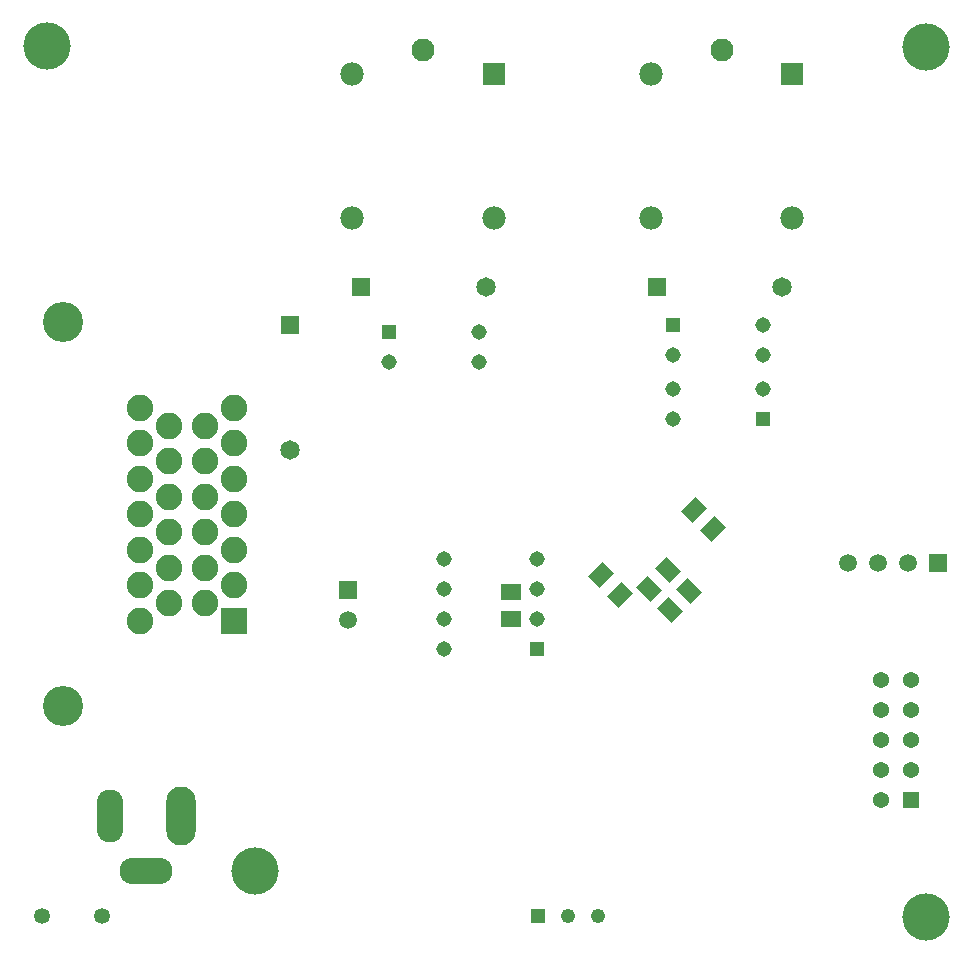
<source format=gbr>
%TF.GenerationSoftware,Altium Limited,Altium Designer,21.8.1 (53)*%
G04 Layer_Color=255*
%FSLAX45Y45*%
%MOMM*%
%TF.SameCoordinates,385564F4-8892-4696-B1AD-25C4AC7C7797*%
%TF.FilePolarity,Positive*%
%TF.FileFunction,Pads,Bot*%
%TF.Part,Single*%
G01*
G75*
%TA.AperFunction,SMDPad,CuDef*%
%ADD27R,1.70000X1.40000*%
G04:AMPARAMS|DCode=28|XSize=1.4mm|YSize=1.7mm|CornerRadius=0mm|HoleSize=0mm|Usage=FLASHONLY|Rotation=135.000|XOffset=0mm|YOffset=0mm|HoleType=Round|Shape=Rectangle|*
%AMROTATEDRECTD28*
4,1,4,1.09602,0.10607,-0.10607,-1.09602,-1.09602,-0.10607,0.10607,1.09602,1.09602,0.10607,0.0*
%
%ADD28ROTATEDRECTD28*%

G04:AMPARAMS|DCode=30|XSize=1.4mm|YSize=1.7mm|CornerRadius=0mm|HoleSize=0mm|Usage=FLASHONLY|Rotation=225.000|XOffset=0mm|YOffset=0mm|HoleType=Round|Shape=Rectangle|*
%AMROTATEDRECTD30*
4,1,4,-0.10607,1.09602,1.09602,-0.10607,0.10607,-1.09602,-1.09602,0.10607,-0.10607,1.09602,0.0*
%
%ADD30ROTATEDRECTD30*%

%TA.AperFunction,ComponentPad*%
%ADD51C,1.30800*%
%ADD52R,1.30800X1.30800*%
%ADD53C,1.50000*%
%ADD54R,1.50000X1.50000*%
%ADD55C,1.37000*%
%ADD56R,1.37000X1.37000*%
%ADD57C,1.65000*%
%ADD58R,1.65000X1.65000*%
%ADD59R,1.98000X1.98000*%
%ADD60C,1.93500*%
%ADD61C,1.98000*%
%ADD62R,2.25000X2.25000*%
%ADD63C,2.25000*%
%ADD64C,3.40000*%
%ADD65R,1.50000X1.50000*%
%ADD66C,1.35000*%
%ADD67R,1.65000X1.65000*%
%ADD68R,1.21800X1.21800*%
%ADD69C,1.21800*%
%ADD70O,2.50000X5.00000*%
%ADD71O,4.50000X2.25000*%
%ADD72O,2.25000X4.50000*%
%TA.AperFunction,WasherPad*%
%ADD73C,4.00000*%
D27*
X4218940Y4345940D02*
D03*
Y4117340D02*
D03*
D28*
X5930442Y4877258D02*
D03*
X5768798Y5038902D02*
D03*
X4978858Y4482642D02*
D03*
X5140502Y4320998D02*
D03*
D30*
X5387798Y4366718D02*
D03*
X5549442Y4528362D02*
D03*
X5565598Y4188918D02*
D03*
X5727242Y4350562D02*
D03*
D51*
X3651479Y4112520D02*
D03*
Y4366520D02*
D03*
Y3858520D02*
D03*
Y4620520D02*
D03*
X4438480D02*
D03*
Y4112520D02*
D03*
Y4366520D02*
D03*
X3947600Y6289300D02*
D03*
X3185600D02*
D03*
X3947600Y6543300D02*
D03*
X5588000Y6065520D02*
D03*
X6350000D02*
D03*
X5588000Y5811520D02*
D03*
X6348972Y6352000D02*
D03*
X5586972D02*
D03*
X6348972Y6606000D02*
D03*
D52*
X4438480Y3858520D02*
D03*
X3185600Y6543300D02*
D03*
X6350000Y5811520D02*
D03*
X5586972Y6606000D02*
D03*
D53*
X7073900Y4584700D02*
D03*
X7327900D02*
D03*
X7581900D02*
D03*
X2834640Y4107180D02*
D03*
D54*
X7835900Y4584700D02*
D03*
D55*
X7353300Y3601720D02*
D03*
X7607300D02*
D03*
X7353300Y3347720D02*
D03*
X7607300D02*
D03*
X7353300Y3093720D02*
D03*
X7607300D02*
D03*
X7353300Y2839720D02*
D03*
X7607300D02*
D03*
X7353300Y2585720D02*
D03*
D56*
X7607300D02*
D03*
D57*
X6511576Y6925000D02*
D03*
X2350000Y5545000D02*
D03*
X4005000Y6925000D02*
D03*
D58*
X5451576Y6925000D02*
D03*
X2945000Y6925000D02*
D03*
D59*
X6600040Y8730780D02*
D03*
X4075000D02*
D03*
D60*
X6000040Y8930780D02*
D03*
X3475000D02*
D03*
D61*
X5400040Y8730780D02*
D03*
Y7510780D02*
D03*
X6600040D02*
D03*
X4075000D02*
D03*
X2875000D02*
D03*
Y8730780D02*
D03*
D62*
X1875000Y4100000D02*
D03*
D63*
Y4400000D02*
D03*
Y4700000D02*
D03*
Y5000000D02*
D03*
Y5300000D02*
D03*
Y5600000D02*
D03*
Y5900000D02*
D03*
X1625000Y4250000D02*
D03*
Y4550000D02*
D03*
Y4850000D02*
D03*
Y5150000D02*
D03*
Y5450000D02*
D03*
Y5750000D02*
D03*
X1325000Y4250000D02*
D03*
Y4550000D02*
D03*
Y4850000D02*
D03*
Y5150000D02*
D03*
Y5450000D02*
D03*
Y5750000D02*
D03*
X1075000Y4100000D02*
D03*
Y4400000D02*
D03*
Y4700000D02*
D03*
Y5000000D02*
D03*
Y5300000D02*
D03*
Y5600000D02*
D03*
Y5900000D02*
D03*
D64*
X425000Y3375000D02*
D03*
Y6625000D02*
D03*
D65*
X2834640Y4361180D02*
D03*
D66*
X246000Y1600000D02*
D03*
X754000D02*
D03*
D67*
X2350000Y6605000D02*
D03*
D68*
X4443800Y1600200D02*
D03*
D69*
X4697800D02*
D03*
X4951800D02*
D03*
D70*
X1425000Y2450000D02*
D03*
D71*
X1125000Y1980000D02*
D03*
D72*
X825000Y2450000D02*
D03*
D73*
X2052320Y1978660D02*
D03*
X7734296Y1587500D02*
D03*
X287434Y8962857D02*
D03*
X7734296Y8956307D02*
D03*
%TF.MD5,57320657089ba0765e88f640cd2896c1*%
M02*

</source>
